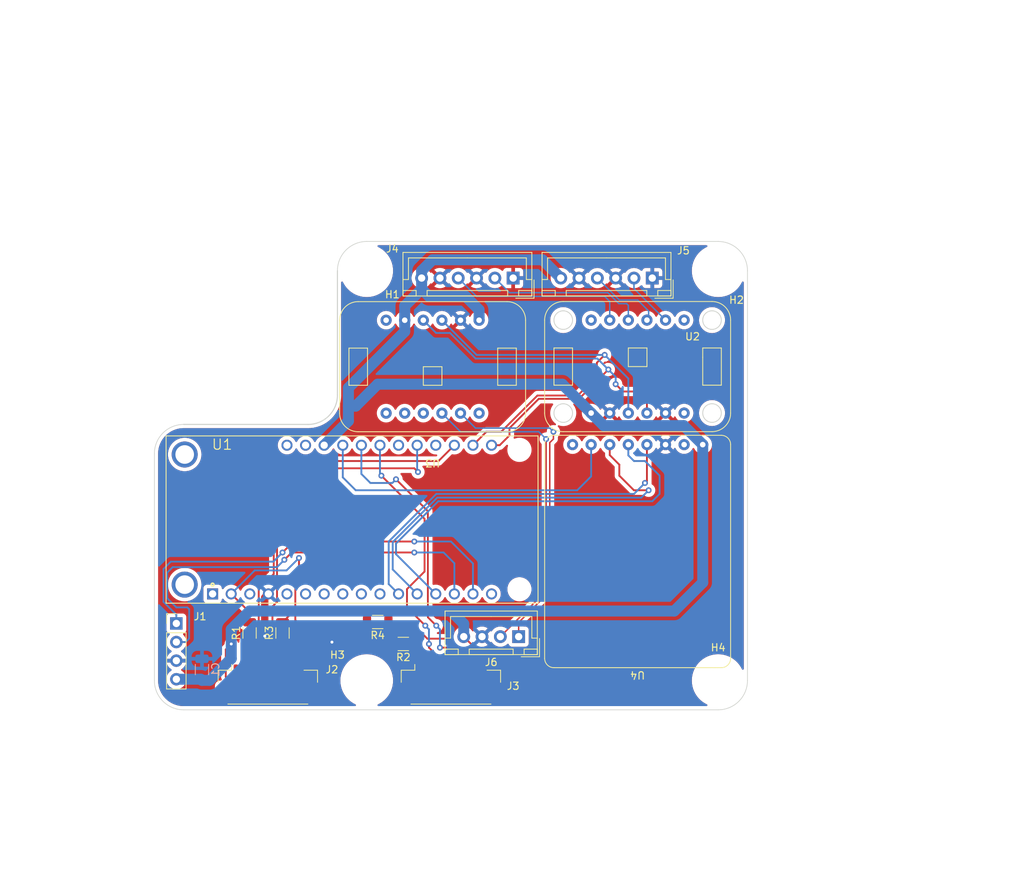
<source format=kicad_pcb>
(kicad_pcb (version 20211014) (generator pcbnew)
  (layers (0 "F.Cu" signal) (31 "B.Cu" signal) (34 "B.Paste" user) (35 "F.Paste" user) (36 "B.SilkS" user "B.Silkscreen") (37 "F.SilkS" user "F.Silkscreen") (38 "B.Mask" user) (39 "F.Mask" user) (44 "Edge.Cuts" user))
  (net 0 "")
  (net 1 "+5V")
  (net 2 "GND")
  (net 3 "/TX")
  (net 4 "/RX")
  (net 7 "/RST_1")
  (net 8 "/VTX_1")
  (net 9 "/VRX_1")
  (net 10 "/SC1")
  (net 13 "/RST_2")
  (net 14 "/SC2")
  (net 15 "/A2N")
  (net 16 "/A2P")
  (net 17 "/A1N")
  (net 18 "/A1P")
  (net 19 "/CS1")
  (net 21 "/A3N")
  (net 22 "/A3P")
  (net 23 "+3V3")
  (net 26 "/SCK")
  (net 27 "/MOSI")
  (net 28 "/MISO")
  (net 35 "/SCL")
  (net 36 "/SDA")
  (net 43 "/VRX_2")
  (net 44 "/VTX_2")
  (footprint "Resistor_SMD:R_1206_3216Metric" (layer "F.Cu") (at 55 131 180)
    (fp_text reference "R2" (at 0 -1.82) (layer "F.SilkS"))
    (fp_text value "R10k")
    (pad "1" smd roundrect (at -1.4625 0 180) (size 1.125 1.75) (layers "F.Cu" "F.Paste" "F.Mask") (roundrect_rratio 0.222222) (net 13 "/RST_2"))
    (pad "2" smd roundrect (at 1.4625 0 180) (size 1.125 1.75) (layers "F.Cu" "F.Paste" "F.Mask") (roundrect_rratio 0.222222) (net 23 "+3V3"))
  )
  (footprint "Resistor_SMD:R_1206_3216Metric" (layer "F.Cu") (at 38.5 129.5 90)
    (fp_text reference "R3" (at 0 -1.82 90) (layer "F.SilkS"))
    (fp_text value "R10k")
    (pad "1" smd roundrect (at -1.4625 0 90) (size 1.125 1.75) (layers "F.Cu" "F.Paste" "F.Mask") (roundrect_rratio 0.222222) (net 10 "/SC1"))
    (pad "2" smd roundrect (at 1.4625 0 90) (size 1.125 1.75) (layers "F.Cu" "F.Paste" "F.Mask") (roundrect_rratio 0.222222) (net 23 "+3V3"))
  )
  (footprint "Connector_PinHeader_2.54mm:PinHeader_1x04_P2.54mm_Vertical" (layer "F.Cu") (at 24 128.2)
    (fp_text reference "J1" (at 3.25 -0.95) (layer "F.SilkS"))
    (fp_text value "Controller Connector")
    (pad "1" thru_hole rect (at 0 0) (size 1.7 1.7) (drill 1) (layers *.Cu *.Mask) (net 3 "/TX"))
    (pad "2" thru_hole oval (at 0 2.54) (size 1.7 1.7) (drill 1) (layers *.Cu *.Mask) (net 4 "/RX"))
    (pad "3" thru_hole oval (at 0 5.08) (size 1.7 1.7) (drill 1) (layers *.Cu *.Mask) (net 2 "GND"))
    (pad "4" thru_hole oval (at 0 7.62) (size 1.7 1.7) (drill 1) (layers *.Cu *.Mask) (net 1 "+5V"))
  )
  (footprint "JST:JST_XH_B06B-XH-A_06x2.50mm_Straight" (layer "F.Cu") (at 70 81 180)
    (fp_text reference "J4" (at 16.5 4) (layer "F.SilkS"))
    (fp_text value "Conn_01x06")
    (pad "1" thru_hole rect locked (at 0 0 180) (size 1.75 1.75) (drill 1) (layers *.Cu *.Mask) (net 2 "GND"))
    (pad "2" thru_hole circle locked (at 2.5 0 180) (size 1.75 1.75) (drill 1) (layers *.Cu *.Mask) (net 17 "/A1N"))
    (pad "3" thru_hole circle locked (at 5 0 180) (size 1.75 1.75) (drill 1) (layers *.Cu *.Mask) (net 2 "GND"))
    (pad "4" thru_hole circle locked (at 7.5 0 180) (size 1.75 1.75) (drill 1) (layers *.Cu *.Mask) (net 18 "/A1P"))
    (pad "5" thru_hole circle locked (at 10 0 180) (size 1.75 1.75) (drill 1) (layers *.Cu *.Mask) (net 2 "GND"))
    (pad "6" thru_hole circle locked (at 12.5 0 180) (size 1.75 1.75) (drill 1) (layers *.Cu *.Mask) (net 1 "+5V"))
  )
  (footprint "MountingHole:MountingHole_3.2mm_M3" (layer "F.Cu") (at 50 136)
    (fp_text reference "H3" (at -4 -3.5) (layer "F.SilkS"))
    (fp_text value "MountingHole_3.2mm_M3")
    (pad "" np_thru_hole circle locked (at 0 0) (size 3.2 3.2) (drill 3.2) (layers F&B.Cu *.Mask) (clearance 2))
  )
  (footprint "JST:JST_XH_B06B-XH-A_06x2.50mm_Straight" (layer "F.Cu") (at 89 81 180)
    (fp_text reference "J5" (at -4.25 3.75) (layer "F.SilkS"))
    (fp_text value "Conn_01x06")
    (pad "1" thru_hole rect locked (at 0 0 180) (size 1.75 1.75) (drill 1) (layers *.Cu *.Mask) (net 2 "GND"))
    (pad "2" thru_hole circle locked (at 2.5 0 180) (size 1.75 1.75) (drill 1) (layers *.Cu *.Mask) (net 15 "/A2N"))
    (pad "3" thru_hole circle locked (at 5 0 180) (size 1.75 1.75) (drill 1) (layers *.Cu *.Mask) (net 2 "GND"))
    (pad "4" thru_hole circle locked (at 7.5 0 180) (size 1.75 1.75) (drill 1) (layers *.Cu *.Mask) (net 16 "/A2P"))
    (pad "5" thru_hole circle locked (at 10 0 180) (size 1.75 1.75) (drill 1) (layers *.Cu *.Mask) (net 2 "GND"))
    (pad "6" thru_hole circle locked (at 12.5 0 180) (size 1.75 1.75) (drill 1) (layers *.Cu *.Mask) (net 1 "+5V"))
  )
  (footprint "Connector_Molex:Molex_CLIK-Mate_502386-0870_1x08-1MP_P1.25mm_Horizontal" (layer "F.Cu") (at 36.5 136.5)
    (fp_text reference "J2" (at 8.75 -2) (layer "F.SilkS"))
    (fp_text value "Conn_01x08")
    (pad "1" smd roundrect (at -4.375 -1.85) (size 0.6 1.7) (layers "F.Cu" "F.Paste" "F.Mask"))
    (pad "2" smd roundrect (at -3.125 -1.85) (size 0.6 1.7) (layers "F.Cu" "F.Paste" "F.Mask"))
    (pad "3" smd roundrect (at -1.875 -1.85) (size 0.6 1.7) (layers "F.Cu" "F.Paste" "F.Mask") (net 7 "/RST_1"))
    (pad "4" smd roundrect (at -0.625 -1.85) (size 0.6 1.7) (layers "F.Cu" "F.Paste" "F.Mask") (net 8 "/VTX_1"))
    (pad "5" smd roundrect (at 0.625 -1.85) (size 0.6 1.7) (layers "F.Cu" "F.Paste" "F.Mask") (net 9 "/VRX_1"))
    (pad "6" smd roundrect (at 1.875 -1.85) (size 0.6 1.7) (layers "F.Cu" "F.Paste" "F.Mask") (net 10 "/SC1"))
    (pad "7" smd roundrect (at 3.125 -1.85) (size 0.6 1.7) (layers "F.Cu" "F.Paste" "F.Mask") (net 2 "GND"))
    (pad "8" smd roundrect (at 4.375 -1.85) (size 0.6 1.7) (layers "F.Cu" "F.Paste" "F.Mask") (net 1 "+5V"))
    (pad "MP" smd roundrect (at 6.225 1.35) (size 1 2.7) (layers "F.Cu" "F.Paste" "F.Mask"))
    (pad "MP" smd roundrect (at -6.225 1.35) (size 1 2.7) (layers "F.Cu" "F.Paste" "F.Mask"))
  )
  (footprint "MountingHole:MountingHole_3.2mm_M3" (layer "F.Cu") (at 98 136)
    (fp_text reference "H4" (at 0 -4.5) (layer "F.SilkS"))
    (fp_text value "MountingHole_3.2mm_M3")
    (pad "" np_thru_hole circle locked (at 0 0) (size 3.2 3.2) (drill 3.2) (layers F&B.Cu *.Mask) (clearance 2))
  )
  (footprint "MountingHole:MountingHole_3.2mm_M3" (layer "F.Cu") (at 98 80)
    (fp_text reference "H2" (at 2.5 4) (layer "F.SilkS"))
    (fp_text value "MountingHole_3.2mm_M3")
    (pad "" np_thru_hole circle locked (at 0 0) (size 3.2 3.2) (drill 3.2) (layers F&B.Cu *.Mask) (clearance 2))
  )
  (footprint "Connector_Molex:Molex_CLIK-Mate_502386-0870_1x08-1MP_P1.25mm_Horizontal" (layer "F.Cu") (at 61.5 136.5)
    (fp_text reference "J3" (at 8.5 0.25) (layer "F.SilkS"))
    (fp_text value "Conn_01x08")
    (pad "1" smd roundrect (at -4.375 -1.85) (size 0.6 1.7) (layers "F.Cu" "F.Paste" "F.Mask"))
    (pad "2" smd roundrect (at -3.125 -1.85) (size 0.6 1.7) (layers "F.Cu" "F.Paste" "F.Mask"))
    (pad "3" smd roundrect (at -1.875 -1.85) (size 0.6 1.7) (layers "F.Cu" "F.Paste" "F.Mask") (net 13 "/RST_2"))
    (pad "4" smd roundrect (at -0.625 -1.85) (size 0.6 1.7) (layers "F.Cu" "F.Paste" "F.Mask") (net 44 "/VTX_2"))
    (pad "5" smd roundrect (at 0.625 -1.85) (size 0.6 1.7) (layers "F.Cu" "F.Paste" "F.Mask") (net 43 "/VRX_2"))
    (pad "6" smd roundrect (at 1.875 -1.85) (size 0.6 1.7) (layers "F.Cu" "F.Paste" "F.Mask") (net 14 "/SC2"))
    (pad "7" smd roundrect (at 3.125 -1.85) (size 0.6 1.7) (layers "F.Cu" "F.Paste" "F.Mask") (net 2 "GND"))
    (pad "8" smd roundrect (at 4.375 -1.85) (size 0.6 1.7) (layers "F.Cu" "F.Paste" "F.Mask") (net 1 "+5V"))
    (pad "MP" smd roundrect (at -6.225 1.35) (size 1 2.7) (layers "F.Cu" "F.Paste" "F.Mask"))
    (pad "MP" smd roundrect (at 6.225 1.35) (size 1 2.7) (layers "F.Cu" "F.Paste" "F.Mask"))
  )
  (footprint "JST:JST_XH_B04B-XH-A_04x2.50mm_Straight" (layer "F.Cu") (at 70.75 130 180)
    (fp_text reference "J6" (at 3.75 -3.5) (layer "F.SilkS"))
    (fp_text value "Conn_01x04")
    (pad "1" thru_hole rect locked (at 0 0 180) (size 1.75 1.75) (drill 1) (layers *.Cu *.Mask) (net 22 "/A3P"))
    (pad "2" thru_hole circle locked (at 2.5 0 180) (size 1.75 1.75) (drill 1) (layers *.Cu *.Mask) (net 21 "/A3N"))
    (pad "3" thru_hole circle locked (at 5 0 180) (size 1.75 1.75) (drill 1) (layers *.Cu *.Mask) (net 2 "GND"))
    (pad "4" thru_hole circle locked (at 7.5 0 180) (size 1.75 1.75) (drill 1) (layers *.Cu *.Mask) (net 1 "+5V"))
  )
  (footprint "MountingHole:MountingHole_3.2mm_M3" (layer "F.Cu") (at 50 80)
    (fp_text reference "H1" (at 3.5 3.25) (layer "F.SilkS"))
    (fp_text value "MountingHole_3.2mm_M3")
    (pad "" np_thru_hole circle locked (at 0 0) (size 3.2 3.2) (drill 3.2) (layers F&B.Cu *.Mask) (clearance 2))
  )
  (footprint "Resistor_SMD:R_1206_3216Metric" (layer "F.Cu") (at 34 129.5 90)
    (fp_text reference "R1" (at 0 -1.82 90) (layer "F.SilkS"))
    (fp_text value "R10k")
    (pad "1" smd roundrect (at -1.4625 0 90) (size 1.125 1.75) (layers "F.Cu" "F.Paste" "F.Mask") (roundrect_rratio 0.222222) (net 7 "/RST_1"))
    (pad "2" smd roundrect (at 1.4625 0 90) (size 1.125 1.75) (layers "F.Cu" "F.Paste" "F.Mask") (roundrect_rratio 0.222222) (net 23 "+3V3"))
  )
  (footprint "Adafruit Feather ESP8266:XCVR_Adafruit Feather ESP8266" (layer "F.Cu") (at 48 114)
    (fp_text reference "U1" (at -17.75 -10.25) (layer "F.SilkS") (effects (font (size 1.402945 1.402945))))
    (fp_text value "2821")
    (pad "" np_thru_hole circle locked (at 22.86 9.525) (size 2.286 2.286) (drill 2.286) (layers *.Cu *.Mask))
    (pad "" np_thru_hole circle locked (at 22.86 -9.525) (size 2.286 2.286) (drill 2.286) (layers *.Cu *.Mask))
    (pad "1" thru_hole rect locked (at -19.05 10.16) (size 1.508 1.508) (drill 1) (layers *.Cu *.Mask))
    (pad "2" thru_hole circle locked (at -16.51 10.16) (size 1.508 1.508) (drill 1) (layers *.Cu *.Mask) (net 23 "+3V3"))
    (pad "3" thru_hole circle locked (at -13.97 10.16) (size 1.508 1.508) (drill 1) (layers *.Cu *.Mask))
    (pad "4" thru_hole circle locked (at -11.43 10.16) (size 1.508 1.508) (drill 1) (layers *.Cu *.Mask) (net 2 "GND"))
    (pad "5" thru_hole circle locked (at -8.89 10.16) (size 1.508 1.508) (drill 1) (layers *.Cu *.Mask))
    (pad "6" thru_hole circle locked (at -6.35 10.16) (size 1.508 1.508) (drill 1) (layers *.Cu *.Mask))
    (pad "7" thru_hole circle locked (at -3.81 10.16) (size 1.508 1.508) (drill 1) (layers *.Cu *.Mask))
    (pad "8" thru_hole circle locked (at -1.27 10.16) (size 1.508 1.508) (drill 1) (layers *.Cu *.Mask))
    (pad "9" thru_hole circle locked (at 1.27 10.16) (size 1.508 1.508) (drill 1) (layers *.Cu *.Mask))
    (pad "10" thru_hole circle locked (at 3.81 10.16) (size 1.508 1.508) (drill 1) (layers *.Cu *.Mask))
    (pad "11" thru_hole circle locked (at 6.35 10.16) (size 1.508 1.508) (drill 1) (layers *.Cu *.Mask) (net 26 "/SCK"))
    (pad "12" thru_hole circle locked (at 8.89 10.16) (size 1.508 1.508) (drill 1) (layers *.Cu *.Mask) (net 27 "/MOSI"))
    (pad "13" thru_hole circle locked (at 11.43 10.16) (size 1.508 1.508) (drill 1) (layers *.Cu *.Mask) (net 28 "/MISO"))
    (pad "14" thru_hole circle locked (at 13.97 10.16) (size 1.508 1.508) (drill 1) (layers *.Cu *.Mask) (net 4 "/RX"))
    (pad "15" thru_hole circle locked (at 16.51 10.16) (size 1.508 1.508) (drill 1) (layers *.Cu *.Mask) (net 3 "/TX"))
    (pad "16" thru_hole circle locked (at 19.05 10.16) (size 1.508 1.508) (drill 1) (layers *.Cu *.Mask))
    (pad "17" thru_hole circle locked (at -8.89 -10.16) (size 1.508 1.508) (drill 1) (layers *.Cu *.Mask))
    (pad "18" thru_hole circle locked (at -6.35 -10.16) (size 1.508 1.508) (drill 1) (layers *.Cu *.Mask))
    (pad "19" thru_hole circle locked (at -3.81 -10.16) (size 1.508 1.508) (drill 1) (layers *.Cu *.Mask) (net 1 "+5V"))
    (pad "20" thru_hole circle locked (at -1.27 -10.16) (size 1.508 1.508) (drill 1) (layers *.Cu *.Mask) (net 19 "/CS1"))
    (pad "21" thru_hole circle locked (at 1.27 -10.16) (size 1.508 1.508) (drill 1) (layers *.Cu *.Mask) (net 43 "/VRX_2"))
    (pad "22" thru_hole circle locked (at 3.81 -10.16) (size 1.508 1.508) (drill 1) (layers *.Cu *.Mask) (net 44 "/VTX_2"))
    (pad "23" thru_hole circle locked (at 6.35 -10.16) (size 1.508 1.508) (drill 1) (layers *.Cu *.Mask))
    (pad "24" thru_hole circle locked (at 8.89 -10.16) (size 1.508 1.508) (drill 1) (layers *.Cu *.Mask) (net 9 "/VRX_1"))
    (pad "25" thru_hole circle locked (at 11.43 -10.16) (size 1.508 1.508) (drill 1) (layers *.Cu *.Mask))
    (pad "26" thru_hole circle locked (at 13.97 -10.16) (size 1.508 1.508) (drill 1) (layers *.Cu *.Mask) (net 8 "/VTX_1"))
    (pad "27" thru_hole circle locked (at 16.51 -10.16) (size 1.508 1.508) (drill 1) (layers *.Cu *.Mask) (net 35 "/SCL"))
    (pad "28" thru_hole circle locked (at 19.05 -10.16) (size 1.508 1.508) (drill 1) (layers *.Cu *.Mask) (net 36 "/SDA"))
    (pad "S1" thru_hole circle locked (at -22.86 8.89) (size 3.556 3.556) (drill 2.54) (layers *.Cu *.Mask))
    (pad "S2" thru_hole circle locked (at -22.86 -8.89) (size 3.556 3.556) (drill 2.54) (layers *.Cu *.Mask))
  )
  (footprint "Adafruit_Sensors:MicroSD_Breakout" (layer "F.Cu") (at 87 139.32 180)
    (fp_text reference "U4" (at 0 4.07 180 unlocked) (layer "F.SilkS"))
    (fp_text value "MicroSD_Breakout")
    (pad "3.3V" thru_hole circle (at -6.35 35.56 180) (size 1.524 1.524) (drill 0.762) (layers *.Cu *.Mask))
    (pad "5V" thru_hole circle (at -8.89 35.56 180) (size 1.524 1.524) (drill 0.762) (layers *.Cu *.Mask) (net 1 "+5V"))
    (pad "CD" thru_hole circle (at 8.89 35.56 180) (size 1.524 1.524) (drill 0.762) (layers *.Cu *.Mask))
    (pad "CLK" thru_hole circle (at -1.27 35.56 180) (size 1.524 1.524) (drill 0.762) (layers *.Cu *.Mask) (net 26 "/SCK"))
    (pad "CS" thru_hole circle (at 6.35 35.56 180) (size 1.524 1.524) (drill 0.762) (layers *.Cu *.Mask) (net 19 "/CS1"))
    (pad "DI" thru_hole circle (at 3.81 35.56 180) (size 1.524 1.524) (drill 0.762) (layers *.Cu *.Mask) (net 27 "/MOSI"))
    (pad "DO" thru_hole circle (at 1.27 35.56 180) (size 1.524 1.524) (drill 0.762) (layers *.Cu *.Mask) (net 28 "/MISO"))
    (pad "GND" thru_hole circle (at -3.81 35.56 180) (size 1.524 1.524) (drill 0.762) (layers *.Cu *.Mask) (net 2 "GND"))
  )
  (footprint "Adafruit_Sensors:4Channel ADC Breakout" (layer "F.Cu") (at 59 102 180)
    (fp_text reference "U3" (at 0 -4.27 180 unlocked) (layer "F.SilkS"))
    (fp_text value "4Channel_ADC_Breakout")
    (pad "A+" thru_hole circle (at -6.35 2.54 180) (size 1.524 1.524) (drill 0.762) (layers *.Cu *.Mask))
    (pad "A-" thru_hole circle (at 6.35 2.54 180) (size 1.524 1.524) (drill 0.762) (layers *.Cu *.Mask))
    (pad "A0" thru_hole circle (at 3.81 2.54 180) (size 1.524 1.524) (drill 0.762) (layers *.Cu *.Mask))
    (pad "A1" thru_hole circle (at 1.27 2.54 180) (size 1.524 1.524) (drill 0.762) (layers *.Cu *.Mask))
    (pad "A2" thru_hole circle (at -1.27 2.54 180) (size 1.524 1.524) (drill 0.762) (layers *.Cu *.Mask) (net 21 "/A3N"))
    (pad "A3" thru_hole circle (at -3.81 2.54 180) (size 1.524 1.524) (drill 0.762) (layers *.Cu *.Mask) (net 22 "/A3P"))
    (pad "ADDR" thru_hole circle (at 3.81 15.24 180) (size 1.524 1.524) (drill 0.762) (layers *.Cu *.Mask) (net 1 "+5V"))
    (pad "ALRT" thru_hole circle (at 6.35 15.24 180) (size 1.524 1.524) (drill 0.762) (layers *.Cu *.Mask))
    (pad "GND" thru_hole circle (at -3.81 15.24 180) (size 1.524 1.524) (drill 0.762) (layers *.Cu *.Mask) (net 2 "GND"))
    (pad "SCL" thru_hole circle (at -1.27 15.24 180) (size 1.524 1.524) (drill 0.762) (layers *.Cu *.Mask) (net 35 "/SCL"))
    (pad "SDA" thru_hole circle (at 1.27 15.24 180) (size 1.524 1.524) (drill 0.762) (layers *.Cu *.Mask) (net 36 "/SDA"))
    (pad "VIN" thru_hole circle (at -6.35 15.24 180) (size 1.524 1.524) (drill 0.762) (layers *.Cu *.Mask) (net 1 "+5V"))
  )
  (footprint "Resistor_SMD:R_1206_3216Metric" (layer "F.Cu") (at 51.5 128 180)
    (fp_text reference "R4" (at 0 -1.82) (layer "F.SilkS"))
    (fp_text value "R10k")
    (pad "1" smd roundrect (at -1.4625 0 180) (size 1.125 1.75) (layers "F.Cu" "F.Paste" "F.Mask") (roundrect_rratio 0.222222) (net 14 "/SC2"))
    (pad "2" smd roundrect (at 1.4625 0 180) (size 1.125 1.75) (layers "F.Cu" "F.Paste" "F.Mask") (roundrect_rratio 0.222222) (net 23 "+3V3"))
  )
  (footprint "Adafruit_Sensors:4Channel ADC Breakout" (layer "F.Cu") (at 87 84.205)
    (fp_text reference "U2" (at 7.5 4.795 unlocked) (layer "F.SilkS"))
    (fp_text value "4Channel_ADC_Breakout")
    (fp_circle (center 10.16 15.24) (end 10.16 13.97) (layer "Edge.Cuts") (width 0.12) (fill none))
    (fp_circle (center 10.16 2.54) (end 10.16 3.81) (layer "Edge.Cuts") (width 0.12) (fill none))
    (fp_circle (center -10.16 2.54) (end -10.16 1.27) (layer "Edge.Cuts") (width 0.12) (fill none))
    (fp_circle (center -10.16 15.24) (end -10.16 13.97) (layer "Edge.Cuts") (width 0.12) (fill none))
    (pad "A+" thru_hole circle (at -6.35 2.54) (size 1.524 1.524) (drill 0.762) (layers *.Cu *.Mask))
    (pad "A-" thru_hole circle (at 6.35 2.54) (size 1.524 1.524) (drill 0.762) (layers *.Cu *.Mask))
    (pad "A0" thru_hole circle (at 3.81 2.54) (size 1.524 1.524) (drill 0.762) (layers *.Cu *.Mask) (net 15 "/A2N"))
    (pad "A1" thru_hole circle (at 1.27 2.54) (size 1.524 1.524) (drill 0.762) (layers *.Cu *.Mask) (net 16 "/A2P"))
    (pad "A2" thru_hole circle (at -1.27 2.54) (size 1.524 1.524) (drill 0.762) (layers *.Cu *.Mask) (net 17 "/A1N"))
    (pad "A3" thru_hole circle (at -3.81 2.54) (size 1.524 1.524) (drill 0.762) (layers *.Cu *.Mask) (net 18 "/A1P"))
    (pad "ADDR" thru_hole circle (at 3.81 15.24) (size 1.524 1.524) (drill 0.762) (layers *.Cu *.Mask) (net 2 "GND"))
    (pad "ALRT" thru_hole circle (at 6.35 15.24) (size 1.524 1.524) (drill 0.762) (layers *.Cu *.Mask))
    (pad "GND" thru_hole circle (at -3.81 15.24) (size 1.524 1.524) (drill 0.762) (layers *.Cu *.Mask) (net 2 "GND"))
    (pad "SCL" thru_hole circle (at -1.27 15.24) (size 1.524 1.524) (drill 0.762) (layers *.Cu *.Mask) (net 35 "/SCL"))
    (pad "SDA" thru_hole circle (at 1.27 15.24) (size 1.524 1.524) (drill 0.762) (layers *.Cu *.Mask) (net 36 "/SDA"))
    (pad "VIN" thru_hole circle (at -6.35 15.24) (size 1.524 1.524) (drill 0.762) (layers *.Cu *.Mask) (net 1 "+5V"))
  )
  (footprint "Capacitor_SMD:C_1206_3216Metric" (layer "B.Cu") (at 27.5 134.5 90)
    (fp_text reference "C1" (at 0 1.85 90) (layer "B.SilkS") (effects (justify mirror)))
    (fp_text value "22uF")
    (pad "1" smd roundrect (at -1.475 0 90) (size 1.15 1.8) (layers "B.Cu" "B.Paste" "B.Mask") (roundrect_rratio 0.217391) (net 1 "+5V"))
    (pad "2" smd roundrect (at 1.475 0 90) (size 1.15 1.8) (layers "B.Cu" "B.Paste" "B.Mask") (roundrect_rratio 0.217391) (net 2 "GND"))
  )
  (gr_line (start 46 80) (end 46 97) (layer "Edge.Cuts") (width 0.15))
  (gr_line (start 50 76) (end 98 76) (layer "Edge.Cuts") (width 0.1))
  (gr_arc (start 25 140) (mid 22.171573 138.828427) (end 21 136) (layer "Edge.Cuts") (width 0.1))
  (gr_arc (start 46 97) (mid 44.828427 99.828427) (end 42 101) (layer "Edge.Cuts") (width 0.15))
  (gr_line (start 102 80) (end 102 136) (layer "Edge.Cuts") (width 0.1))
  (gr_line (start 42 101) (end 25 101) (layer "Edge.Cuts") (width 0.15))
  (gr_arc (start 46 80) (mid 47.171573 77.171573) (end 50 76) (layer "Edge.Cuts") (width 0.1))
  (gr_arc (start 21 105) (mid 22.171573 102.171573) (end 25 101) (layer "Edge.Cuts") (width 0.1))
  (gr_line (start 98 140) (end 25 140) (layer "Edge.Cuts") (width 0.1))
  (gr_arc (start 98 76) (mid 100.828427 77.171573) (end 102 80) (layer "Edge.Cuts") (width 0.1))
  (gr_line (start 21 136) (end 21 105) (layer "Edge.Cuts") (width 0.1))
  (gr_arc (start 102 136) (mid 100.828427 138.828427) (end 98 140) (layer "Edge.Cuts") (width 0.1))
  (segment (start 40.875 135.875) (end 39.75 137) (width 0.25) (layer "F.Cu") (net 1))
  (segment (start 40.875 134.65) (end 40.875 135.875) (width 0.25) (layer "F.Cu") (net 1))
  (segment (start 30.75 135.5) (end 30.75 131.75) (width 0.25) (layer "F.Cu") (net 1))
  (segment (start 39.75 137) (end 32.25 137) (width 0.25) (layer "F.Cu") (net 1))
  (segment (start 65.875 132.625) (end 63.25 130) (width 0.25) (layer "F.Cu") (net 1))
  (segment (start 32.25 137) (end 30.75 135.5) (width 0.25) (layer "F.Cu") (net 1))
  (segment (start 30.75 131.75) (end 31.5 131) (width 0.25) (layer "F.Cu") (net 1))
  (segment (start 65.875 134.65) (end 65.875 132.625) (width 0.25) (layer "F.Cu") (net 1))
  (via (at 31.5 131) (size 0.8) (drill 0.4) (layers "F.Cu" "B.Cu") (net 1))
  (segment (start 47.5 98.5) (end 47.5 100.53) (width 1.5) (layer "B.Cu") (net 1))
  (segment (start 31.5 129) (end 34 126.5) (width 1.5) (layer "B.Cu") (net 1))
  (segment (start 76.705 95.5) (end 80.65 99.445) (width 1.5) (layer "B.Cu") (net 1))
  (segment (start 80.65 99.445) (end 82.362 101.157) (width 1.5) (layer "B.Cu") (net 1))
  (segment (start 57.5 82.5) (end 57.5 81) (width 1.5) (layer "B.Cu") (net 1))
  (segment (start 55.19 86.76) (end 55.19 88.31) (width 1.5) (layer "B.Cu") (net 1))
  (segment (start 63.5 83.5) (end 58.5 83.5) (width 1.5) (layer "B.Cu") (net 1))
  (segment (start 34 126.5) (end 61.5 126.5) (width 1.5) (layer "B.Cu") (net 1))
  (segment (start 63.25 128.25) (end 63.25 130) (width 1.5) (layer "B.Cu") (net 1))
  (segment (start 57.5 80) (end 57.5 81) (width 1.5) (layer "B.Cu") (net 1))
  (segment (start 55.19 86.76) (end 55.19 84.81) (width 1.5) (layer "B.Cu") (net 1))
  (segment (start 95.89 103.76) (end 95.89 122.61) (width 1.5) (layer "B.Cu") (net 1))
  (segment (start 47.5 96) (end 47.5 98.5) (width 1.5) (layer "B.Cu") (net 1))
  (segment (start 58.5 83.5) (end 57.5 82.5) (width 1.5) (layer "B.Cu") (net 1))
  (segment (start 47.5 100.53) (end 44.19 103.84) (width 1.5) (layer "B.Cu") (net 1))
  (segment (start 48.5 98.5) (end 51.5 95.5) (width 1.5) (layer "B.Cu") (net 1))
  (segment (start 55.19 88.31) (end 47.5 96) (width 1.5) (layer "B.Cu") (net 1))
  (segment (start 82.362 101.157) (end 93.287 101.157) (width 1.5) (layer "B.Cu") (net 1))
  (segment (start 27.345 135.82) (end 27.5 135.975) (width 1.5) (layer "B.Cu") (net 1))
  (segment (start 24 135.82) (end 27.345 135.82) (width 1.5) (layer "B.Cu") (net 1))
  (segment (start 93.287 101.157) (end 95.89 103.76) (width 1.5) (layer "B.Cu") (net 1))
  (segment (start 95.89 122.61) (end 92 126.5) (width 1.5) (layer "B.Cu") (net 1))
  (segment (start 31.5 133) (end 31.5 129) (width 1.5) (layer "B.Cu") (net 1))
  (segment (start 65.35 85.35) (end 63.5 83.5) (width 1.5) (layer "B.Cu") (net 1))
  (segment (start 65.35 86.76) (end 65.35 85.35) (width 1.5) (layer "B.Cu") (net 1))
  (segment (start 74 78.5) (end 59 78.5) (width 1.5) (layer "B.Cu") (net 1))
  (segment (start 27.5 135.975) (end 28.525 135.975) (width 1.5) (layer "B.Cu") (net 1))
  (segment (start 61.5 126.5) (end 63.25 128.25) (width 1.5) (layer "B.Cu") (net 1))
  (segment (start 47.5 98.5) (end 48.5 98.5) (width 1.5) (layer "B.Cu") (net 1))
  (segment (start 51.5 95.5) (end 76.705 95.5) (width 1.5) (layer "B.Cu") (net 1))
  (segment (start 55.19 84.81) (end 57.5 82.5) (width 1.5) (layer "B.Cu") (net 1))
  (segment (start 76.5 81) (end 74 78.5) (width 1.5) (layer "B.Cu") (net 1))
  (segment (start 92 126.5) (end 61.5 126.5) (width 1.5) (layer "B.Cu") (net 1))
  (segment (start 28.525 135.975) (end 31.5 133) (width 1.5) (layer "B.Cu") (net 1))
  (segment (start 59 78.5) (end 57.5 80) (width 1.5) (layer "B.Cu") (net 1))
  (segment (start 36.57 124.16) (end 36.075 124.655) (width 1) (layer "F.Cu") (net 2))
  (segment (start 45.25 130.75) (end 41.75 130.75) (width 0.25) (layer "F.Cu") (net 2))
  (segment (start 41.75 130.75) (end 39.625 132.875) (width 0.25) (layer "F.Cu") (net 2))
  (segment (start 36.075 124.655) (end 36.075 129.925) (width 1) (layer "F.Cu") (net 2))
  (segment (start 39.625 132.875) (end 39.625 134.65) (width 0.25) (layer "F.Cu") (net 2))
  (via (at 45.25 130.75) (size 0.8) (drill 0.4) (layers "F.Cu" "B.Cu") (net 2))
  (via (at 36.075 129.925) (size 0.8) (drill 0.4) (layers "F.Cu" "B.Cu") (net 2))
  (segment (start 36.075 129.925) (end 44.425 129.925) (width 1) (layer "B.Cu") (net 2))
  (segment (start 44.425 129.925) (end 45.25 130.75) (width 1) (layer "B.Cu") (net 2))
  (segment (start 56.5 117) (end 40 117) (width 0.25) (layer "F.Cu") (net 3))
  (segment (start 40 117) (end 38.5 118.5) (width 0.25) (layer "F.Cu") (net 3))
  (via (at 38.5 118.5) (size 0.8) (drill 0.4) (layers "F.Cu" "B.Cu") (net 3))
  (via (at 56.5 117) (size 0.8) (drill 0.4) (layers "F.Cu" "B.Cu") (net 3))
  (segment (start 37.25 119.75) (end 23.25 119.75) (width 0.25) (layer "B.Cu") (net 3))
  (segment (start 22.25 120.75) (end 22.25 125.25) (width 0.25) (layer "B.Cu") (net 3))
  (segment (start 61.5 117) (end 56.5 117) (width 0.25) (layer "B.Cu") (net 3))
  (segment (start 64.51 120.01) (end 61.5 117) (width 0.25) (layer "B.Cu") (net 3))
  (segment (start 24 127) (end 24 128.2) (width 0.25) (layer "B.Cu") (net 3))
  (segment (start 64.51 124.16) (end 64.51 120.01) (width 0.25) (layer "B.Cu") (net 3))
  (segment (start 22.25 125.25) (end 24 127) (width 0.25) (layer "B.Cu") (net 3))
  (segment (start 38.5 118.5) (end 37.25 119.75) (width 0.25) (layer "B.Cu") (net 3))
  (segment (start 23.25 119.75) (end 22.25 120.75) (width 0.25) (layer "B.Cu") (net 3))
  (segment (start 56.5 118.5) (end 39.75 118.5) (width 0.25) (layer "F.Cu") (net 4))
  (segment (start 39.75 118.5) (end 38.75 119.5) (width 0.25) (layer "F.Cu") (net 4))
  (via (at 38.75 119.5) (size 0.8) (drill 0.4) (layers "F.Cu" "B.Cu") (net 4))
  (via (at 56.5 118.5) (size 0.8) (drill 0.4) (layers "F.Cu" "B.Cu") (net 4))
  (segment (start 24 126) (end 25.5 126) (width 0.25) (layer "B.Cu") (net 4))
  (segment (start 60.5 118.5) (end 56.5 118.5) (width 0.25) (layer "B.Cu") (net 4))
  (segment (start 22.75 121.25) (end 22.75 124.75) (width 0.25) (layer "B.Cu") (net 4))
  (segment (start 61.97 124.16) (end 61.97 119.97) (width 0.25) (layer "B.Cu") (net 4))
  (segment (start 22.75 124.75) (end 24 126) (width 0.25) (layer "B.Cu") (net 4))
  (segment (start 25.26 130.74) (end 24 130.74) (width 0.25) (layer "B.Cu") (net 4))
  (segment (start 37.75 120.5) (end 23.5 120.5) (width 0.25) (layer "B.Cu") (net 4))
  (segment (start 25.75 130.25) (end 25.26 130.74) (width 0.25) (layer "B.Cu") (net 4))
  (segment (start 23.5 120.5) (end 22.75 121.25) (width 0.25) (layer "B.Cu") (net 4))
  (segment (start 61.97 119.97) (end 60.5 118.5) (width 0.25) (layer "B.Cu") (net 4))
  (segment (start 38.75 119.5) (end 37.75 120.5) (width 0.25) (layer "B.Cu") (net 4))
  (segment (start 25.75 126.25) (end 25.75 130.25) (width 0.25) (layer "B.Cu") (net 4))
  (segment (start 25.5 126) (end 25.75 126.25) (width 0.25) (layer "B.Cu") (net 4))
  (segment (start 34.625 131.5875) (end 34 130.9625) (width 0.25) (layer "F.Cu") (net 7))
  (segment (start 34.625 134.65) (end 34.625 131.5875) (width 0.25) (layer "F.Cu") (net 7))
  (segment (start 35.25 133) (end 35.25 123.5) (width 0.25) (layer "F.Cu") (net 8))
  (segment (start 39 106) (end 59.81 106) (width 0.25) (layer "F.Cu") (net 8))
  (segment (start 35.875 133.625) (end 35.25 133) (width 0.25) (layer "F.Cu") (net 8))
  (segment (start 37.3 121.45) (end 37.3 107.7) (width 0.25) (layer "F.Cu") (net 8))
  (segment (start 35.25 123.5) (end 37.3 121.45) (width 0.25) (layer "F.Cu") (net 8))
  (segment (start 37.3 107.7) (end 39 106) (width 0.25) (layer "F.Cu") (net 8))
  (segment (start 35.875 134.65) (end 35.875 133.625) (width 0.25) (layer "F.Cu") (net 8))
  (segment (start 59.81 106) (end 61.97 103.84) (width 0.25) (layer "F.Cu") (net 8))
  (segment (start 37.75 109.75) (end 40.5 107) (width 0.25) (layer "F.Cu") (net 9))
  (segment (start 40.5 107) (end 56.5 107) (width 0.25) (layer "F.Cu") (net 9))
  (segment (start 37.75 125.25) (end 37.75 109.75) (width 0.25) (layer "F.Cu") (net 9))
  (segment (start 56.5 107) (end 57 107.5) (width 0.25) (layer "F.Cu") (net 9))
  (segment (start 37.125 134.65) (end 37.125 125.875) (width 0.25) (layer "F.Cu") (net 9))
  (segment (start 37.125 125.875) (end 37.75 125.25) (width 0.25) (layer "F.Cu") (net 9))
  (via (at 57 107.5) (size 0.8) (drill 0.4) (layers "F.Cu" "B.Cu") (net 9))
  (segment (start 57 107.5) (end 56.89 107.39) (width 0.25) (layer "B.Cu") (net 9))
  (segment (start 56.89 107.39) (end 56.89 103.84) (width 0.25) (layer "B.Cu") (net 9))
  (segment (start 38.375 134.65) (end 38.375 131.0875) (width 0.25) (layer "F.Cu") (net 10))
  (segment (start 38.375 131.0875) (end 38.5 130.9625) (width 0.25) (layer "F.Cu") (net 10))
  (segment (start 59.625 134.65) (end 59.625 133.625) (width 0.25) (layer "F.Cu") (net 13))
  (segment (start 57 131) (end 56.4625 131) (width 0.25) (layer "F.Cu") (net 13))
  (segment (start 59.625 133.625) (end 57 131) (width 0.25) (layer "F.Cu") (net 13))
  (segment (start 58.275 130.275) (end 61.275 130.275) (width 0.25) (layer "F.Cu") (net 14))
  (segment (start 56.5 128.5) (end 58.275 130.275) (width 0.25) (layer "F.Cu") (net 14))
  (segment (start 63.375 132.375) (end 63.375 134.65) (width 0.25) (layer "F.Cu") (net 14))
  (segment (start 53.4625 128.5) (end 56.5 128.5) (width 0.25) (layer "F.Cu") (net 14))
  (segment (start 52.9625 128) (end 53.4625 128.5) (width 0.25) (layer "F.Cu") (net 14))
  (segment (start 61.275 130.275) (end 63.375 132.375) (width 0.25) (layer "F.Cu") (net 14))
  (segment (start 86.5 82.435) (end 90.81 86.745) (width 0.2) (layer "B.Cu") (net 15))
  (segment (start 86.5 81) (end 86.5 82.435) (width 0.2) (layer "B.Cu") (net 15))
  (segment (start 88.5 85.5) (end 88.5 86.515) (width 0.2) (layer "B.Cu") (net 16))
  (segment (start 87 84) (end 88.5 85.5) (width 0.2) (layer "B.Cu") (net 16))
  (segment (start 88.5 86.515) (end 88.27 86.745) (width 0.2) (layer "B.Cu") (net 16))
  (segment (start 84.5 84) (end 87 84) (width 0.2) (layer "B.Cu") (net 16))
  (segment (start 81.5 81) (end 84.5 84) (width 0.2) (layer "B.Cu") (net 16))
  (segment (start 67.5 81) (end 69.5 83) (width 0.2) (layer "B.Cu") (net 17))
  (segment (start 82.934314 83) (end 84.434314 84.5) (width 0.2) (layer "B.Cu") (net 17))
  (segment (start 85.5 84.5) (end 85.73 84.73) (width 0.2) (layer "B.Cu") (net 17))
  (segment (start 84.434314 84.5) (end 85.5 84.5) (width 0.2) (layer "B.Cu") (net 17))
  (segment (start 85.73 84.73) (end 85.73 86.745) (width 0.2) (layer "B.Cu") (net 17))
  (segment (start 69.5 83) (end 82.934314 83) (width 0.2) (layer "B.Cu") (net 17))
  (segment (start 65 83.5) (end 82.5 83.5) (width 0.2) (layer "B.Cu") (net 18))
  (segment (start 62.5 81) (end 65 83.5) (width 0.2) (layer "B.Cu") (net 18))
  (segment (start 82.5 83.5) (end 83.19 84.19) (width 0.2) (layer "B.Cu") (net 18))
  (segment (start 83.19 84.19) (end 83.19 86.745) (width 0.2) (layer "B.Cu") (net 18))
  (segment (start 46.73 108.23) (end 46.73 103.84) (width 0.25) (layer "B.Cu") (net 19))
  (segment (start 78.75 110) (end 48.5 110) (width 0.25) (layer "B.Cu") (net 19))
  (segment (start 48.5 110) (end 46.73 108.23) (width 0.25) (layer "B.Cu") (net 19))
  (segment (start 80.65 103.76) (end 80.65 108.1) (width 0.25) (layer "B.Cu") (net 19))
  (segment (start 80.65 108.1) (end 78.75 110) (width 0.25) (layer "B.Cu") (net 19))
  (segment (start 74.5 123.75) (end 68.25 130) (width 0.2) (layer "F.Cu") (net 21))
  (segment (start 74.5 103) (end 74.5 123.75) (width 0.2) (layer "F.Cu") (net 21))
  (via (at 74.5 103) (size 0.8) (drill 0.4) (layers "F.Cu" "B.Cu") (net 21))
  (segment (start 73.5 102) (end 62.81 102) (width 0.2) (layer "B.Cu") (net 21))
  (segment (start 62.81 102) (end 60.27 99.46) (width 0.2) (layer "B.Cu") (net 21))
  (segment (start 74.5 103) (end 73.5 102) (width 0.2) (layer "B.Cu") (net 21))
  (segment (start 75.5 102.98995) (end 75 103.48995) (width 0.2) (layer "F.Cu") (net 22))
  (segment (start 75.5 102) (end 75.5 102.98995) (width 0.2) (layer "F.Cu") (net 22))
  (segment (start 70.75 128.065686) (end 70.75 130) (width 0.2) (layer "F.Cu") (net 22))
  (segment (start 75 123.815686) (end 70.75 128.065686) (width 0.2) (layer "F.Cu") (net 22))
  (segment (start 75 103.48995) (end 75 123.815686) (width 0.2) (layer "F.Cu") (net 22))
  (via (at 75.5 102) (size 0.8) (drill 0.4) (layers "F.Cu" "B.Cu") (net 22))
  (segment (start 75 101.5) (end 64.85 101.5) (width 0.2) (layer "B.Cu") (net 22))
  (segment (start 64.85 101.5) (end 62.81 99.46) (width 0.2) (layer "B.Cu") (net 22))
  (segment (start 75.5 102) (end 75 101.5) (width 0.2) (layer "B.Cu") (net 22))
  (segment (start 34 128.0375) (end 34 126.67) (width 0.25) (layer "F.Cu") (net 23))
  (segment (start 40.25 122.75) (end 40.25 126.2875) (width 0.25) (layer "F.Cu") (net 23))
  (segment (start 38.5 128.0375) (end 40.25 126.2875) (width 0.25) (layer "F.Cu") (net 23))
  (segment (start 48.5375 129.5) (end 42 129.5) (width 0.25) (layer "F.Cu") (net 23))
  (segment (start 42 129.5) (end 40.25 127.75) (width 0.25) (layer "F.Cu") (net 23))
  (segment (start 53.5375 131) (end 53.0375 131) (width 0.25) (layer "F.Cu") (net 23))
  (segment (start 53.0375 131) (end 50.0375 128) (width 0.25) (layer "F.Cu") (net 23))
  (segment (start 40.75 122.25) (end 40.25 122.75) (width 0.25) (layer "F.Cu") (net 23))
  (segment (start 40.75 119.25) (end 40.75 122.25) (width 0.25) (layer "F.Cu") (net 23))
  (segment (start 40.25 127.75) (end 40.25 126.2875) (width 0.25) (layer "F.Cu") (net 23))
  (segment (start 34 126.67) (end 31.49 124.16) (width 0.25) (layer "F.Cu") (net 23))
  (segment (start 50.0375 128) (end 48.5375 129.5) (width 0.25) (layer "F.Cu") (net 23))
  (via (at 40.75 119.25) (size 0.8) (drill 0.4) (layers "F.Cu" "B.Cu") (net 23))
  (segment (start 40.75 119.25) (end 39.05 120.95) (width 0.25) (layer "B.Cu") (net 23))
  (segment (start 34.7 120.95) (end 31.49 124.16) (width 0.25) (layer "B.Cu") (net 23))
  (segment (start 39.05 120.95) (end 34.7 120.95) (width 0.25) (layer "B.Cu") (net 23))
  (segment (start 88.27 108.73) (end 88.27 103.76) (width 0.25) (layer "F.Cu") (net 26))
  (segment (start 88 109) (end 88.27 108.73) (width 0.25) (layer "F.Cu") (net 26))
  (via (at 88 109) (size 0.8) (drill 0.4) (layers "F.Cu" "B.Cu") (net 26))
  (segment (start 59.5 110.5) (end 86.5 110.5) (width 0.25) (layer "B.Cu") (net 26))
  (segment (start 53 122.81) (end 53 117) (width 0.25) (layer "B.Cu") (net 26))
  (segment (start 54.35 124.16) (end 53 122.81) (width 0.25) (layer "B.Cu") (net 26))
  (segment (start 86.5 110.5) (end 88 109) (width 0.25) (layer "B.Cu") (net 26))
  (segment (start 53 117) (end 59.5 110.5) (width 0.25) (layer "B.Cu") (net 26))
  (segment (start 83.19 105.19) (end 83.19 103.76) (width 0.25) (layer "F.Cu") (net 27))
  (segment (start 88.5 110) (end 86.5 110) (width 0.25) (layer "F.Cu") (net 27))
  (segment (start 86.5 110) (end 84.5 108) (width 0.25) (layer "F.Cu") (net 27))
  (segment (start 84.5 108) (end 84.5 106.5) (width 0.25) (layer "F.Cu") (net 27))
  (segment (start 84.5 106.5) (end 83.19 105.19) (width 0.25) (layer "F.Cu") (net 27))
  (via (at 88.5 110) (size 0.8) (drill 0.4) (layers "F.Cu" "B.Cu") (net 27))
  (segment (start 56.89 124.16) (end 53.55 120.82) (width 0.25) (layer "B.Cu") (net 27))
  (segment (start 59.636396 111) (end 87.5 111) (width 0.25) (layer "B.Cu") (net 27))
  (segment (start 53.55 120.82) (end 53.55 117.086396) (width 0.25) (layer "B.Cu") (net 27))
  (segment (start 53.55 117.086396) (end 59.636396 111) (width 0.25) (layer "B.Cu") (net 27))
  (segment (start 87.5 111) (end 88.5 110) (width 0.25) (layer "B.Cu") (net 27))
  (segment (start 59.772792 111.5) (end 89 111.5) (width 0.25) (layer "B.Cu") (net 28))
  (segment (start 88 106) (end 86.5 106) (width 0.25) (layer "B.Cu") (net 28))
  (segment (start 85.73 105.23) (end 85.73 103.76) (width 0.25) (layer "B.Cu") (net 28))
  (segment (start 89 111.5) (end 90 110.5) (width 0.25) (layer "B.Cu") (net 28))
  (segment (start 54 118.73) (end 54 117.272792) (width 0.25) (layer "B.Cu") (net 28))
  (segment (start 90 110.5) (end 90 108) (width 0.25) (layer "B.Cu") (net 28))
  (segment (start 59.43 124.16) (end 54 118.73) (width 0.25) (layer "B.Cu") (net 28))
  (segment (start 86.5 106) (end 85.73 105.23) (width 0.25) (layer "B.Cu") (net 28))
  (segment (start 54 117.272792) (end 59.772792 111.5) (width 0.25) (layer "B.Cu") (net 28))
  (segment (start 90 108) (end 88 106) (width 0.25) (layer "B.Cu") (net 28))
  (segment (start 81.431802 92.568198) (end 81.431802 94.431802) (width 0.25) (layer "F.Cu") (net 35))
  (segment (start 78.813604 97.05) (end 73.313604 97.05) (width 0.25) (layer "F.Cu") (net 35))
  (segment (start 73.313604 97.05) (end 68.363604 102) (width 0.25) (layer "F.Cu") (net 35))
  (segment (start 82.5 91.5) (end 81.431802 92.568198) (width 0.25) (layer "F.Cu") (net 35))
  (segment (start 68.363604 102) (end 66.35 102) (width 0.25) (layer "F.Cu") (net 35))
  (segment (start 81.431802 94.431802) (end 78.813604 97.05) (width 0.25) (layer "F.Cu") (net 35))
  (segment (start 66.35 102) (end 64.51 103.84) (width 0.25) (layer "F.Cu") (net 35))
  (via (at 82.5 91.5) (size 0.8) (drill 0.4) (layers "F.Cu" "B.Cu") (net 35))
  (segment (start 65.01 91.5) (end 82.5 91.5) (width 0.25) (layer "B.Cu") (net 35))
  (segment (start 60.27 86.76) (end 65.01 91.5) (width 0.25) (layer "B.Cu") (net 35))
  (segment (start 82.5 91.5) (end 85.73 94.73) (width 0.25) (layer "B.Cu") (net 35))
  (segment (start 85.73 94.73) (end 85.73 99.445) (width 0.25) (layer "B.Cu") (net 35))
  (segment (start 87.5 96.5) (end 88.27 97.27) (width 0.25) (layer "F.Cu") (net 36))
  (segment (start 85 96.5) (end 87.5 96.5) (width 0.25) (layer "F.Cu") (net 36))
  (segment (start 68.16 103.84) (end 67.05 103.84) (width 0.25) (layer "F.Cu") (net 36))
  (segment (start 88.27 97.27) (end 88.27 99.445) (width 0.25) (layer "F.Cu") (net 36))
  (segment (start 79 97.5) (end 73.5 97.5) (width 0.25) (layer "F.Cu") (net 36))
  (segment (start 84 95.5) (end 85 96.5) (width 0.25) (layer "F.Cu") (net 36))
  (segment (start 73.5 97.5) (end 69.5 101.5) (width 0.25) (layer "F.Cu") (net 36))
  (segment (start 83 93.5) (end 79 97.5) (width 0.25) (layer "F.Cu") (net 36))
  (segment (start 69.5 102.5) (end 68.16 103.84) (width 0.25) (layer "F.Cu") (net 36))
  (segment (start 69.5 101.5) (end 69.5 102.5) (width 0.25) (layer "F.Cu") (net 36))
  (via (at 83 93.5) (size 0.8) (drill 0.4) (layers "F.Cu" "B.Cu") (net 36))
  (via (at 84 95.5) (size 0.8) (drill 0.4) (layers "F.Cu" "B.Cu") (net 36))
  (segment (start 81.5 92) (end 83 93.5) (width 0.25) (layer "B.Cu") (net 36))
  (segment (start 83 93.5) (end 84 94.5) (width 0.25) (layer "B.Cu") (net 36))
  (segment (start 62.936802 90.063198) (end 64.873604 92) (width 0.25) (layer "B.Cu") (net 36))
  (segment (start 64.873604 92) (end 67.5 92) (width 0.25) (layer "B.Cu") (net 36))
  (segment (start 84 94.5) (end 84 95.5) (width 0.25) (layer "B.Cu") (net 36))
  (segment (start 79.5 92) (end 81.5 92) (width 0.25) (layer "B.Cu") (net 36))
  (segment (start 59.47 88.5) (end 60 88.5) (width 0.25) (layer "B.Cu") (net 36))
  (segment (start 61.373604 88.5) (end 62.936802 90.063198) (width 0.25) (layer "B.Cu") (net 36))
  (segment (start 60 88.5) (end 61.373604 88.5) (width 0.25) (layer "B.Cu") (net 36))
  (segment (start 57.73 86.76) (end 59.47 88.5) (width 0.25) (layer "B.Cu") (net 36))
  (segment (start 67.5 92) (end 79.5 92) (width 0.25) (layer "B.Cu") (net 36))
  (segment (start 58.351 127.351) (end 58.351 112.851) (width 0.25) (layer "F.Cu") (net 43))
  (segment (start 61.5 131.5) (end 62.125 132.125) (width 0.25) (layer "F.Cu") (net 43))
  (segment (start 62.125 132.125) (end 62.125 134.65) (width 0.25) (layer "F.Cu") (net 43))
  (segment (start 59.5 128.5) (end 58.351 127.351) (width 0.25) (layer "F.Cu") (net 43))
  (segment (start 60 131.5) (end 61.5 131.5) (width 0.25) (layer "F.Cu") (net 43))
  (segment (start 58.351 112.851) (end 54 108.5) (width 0.25) (layer "F.Cu") (net 43))
  (via (at 60 131.5) (size 0.8) (drill 0.4) (layers "F.Cu" "B.Cu") (net 43))
  (via (at 54 108.5) (size 0.8) (drill 0.4) (layers "F.Cu" "B.Cu") (net 43))
  (via (at 59.5 128.5) (size 0.8) (drill 0.4) (layers "F.Cu" "B.Cu") (net 43))
  (segment (start 49.27 107.77) (end 49.27 103.84) (width 0.25) (layer "B.Cu") (net 43))
  (segment (start 50.5 109) (end 49.27 107.77) (width 0.25) (layer "B.Cu") (net 43))
  (segment (start 60 129) (end 59.5 128.5) (width 0.25) (layer "B.Cu") (net 43))
  (segment (start 53.5 109) (end 50.5 109) (width 0.25) (layer "B.Cu") (net 43))
  (segment (start 54 108.5) (end 53.5 109) (width 0.25) (layer "B.Cu") (net 43))
  (segment (start 60 131.5) (end 60 129) (width 0.25) (layer "B.Cu") (net 43))
  (segment (start 55.5 126) (end 55.5 123.5) (width 0.25) (layer "F.Cu") (net 44))
  (segment (start 58.5 131.5) (end 60.875 133.875) (width 0.25) (layer "F.Cu") (net 44))
  (segment (start 60.875 133.875) (end 60.875 134.65) (width 0.25) (layer "F.Cu") (net 44))
  (segment (start 57.901 113.901) (end 52 108) (width 0.25) (layer "F.Cu") (net 44))
  (segment (start 55.5 123.5) (end 57.901 121.099) (width 0.25) (layer "F.Cu") (net 44))
  (segment (start 57.901 121.099) (end 57.901 113.901) (width 0.25) (layer "F.Cu") (net 44))
  (segment (start 58.5 131) (end 58.5 131.5) (width 0.25) (layer "F.Cu") (net 44))
  (segment (start 58 128.5) (end 55.5 126) (width 0.25) (layer "F.Cu") (net 44))
  (via (at 58.5 131) (size 0.8) (drill 0.4) (layers "F.Cu" "B.Cu") (net 44))
  (via (at 58 128.5) (size 0.8) (drill 0.4) (layers "F.Cu" "B.Cu") (net 44))
  (via (at 52 108) (size 0.8) (drill 0.4) (layers "F.Cu" "B.Cu") (net 44))
  (segment (start 58.5 131) (end 58.5 129) (width 0.25) (layer "B.Cu") (net 44))
  (segment (start 51.81 107.81) (end 51.81 103.84) (width 0.25) (layer "B.Cu") (net 44))
  (segment (start 52 108) (end 51.81 107.81) (width 0.25) (layer "B.Cu") (net 44))
  (segment (start 58.5 129) (end 58 128.5) (width 0.25) (layer "B.Cu") (net 44))
  (zone (net 2) (net_name "GND") (layers F&B.Cu) (connect_pads (clearance 0.508)) (min_thickness 0.254) (fill yes (thermal_gap 0.508) (thermal_bridge_width 0.508))
    (polygon (pts (xy 111.75 151.25) (xy 16.25 150) (xy 15 58.25) (xy 109.25 58)))
  )
)
</source>
